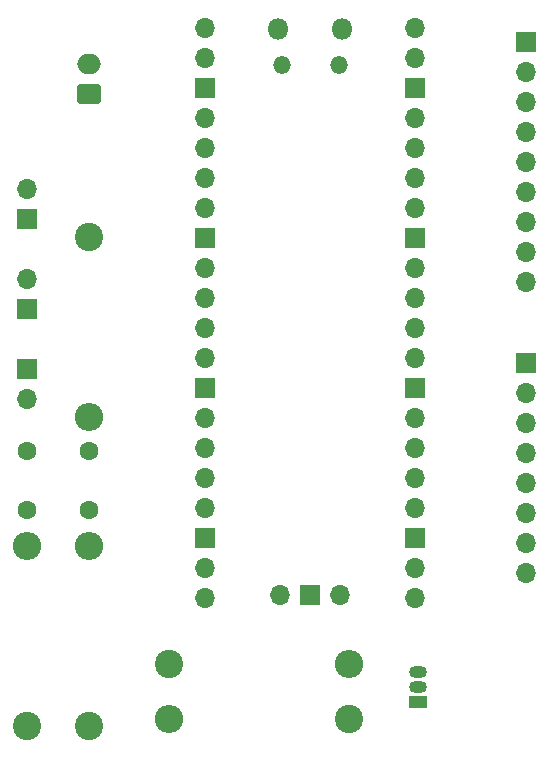
<source format=gbr>
%TF.GenerationSoftware,KiCad,Pcbnew,(6.0.7)*%
%TF.CreationDate,2023-03-31T20:18:19-04:00*%
%TF.ProjectId,mwap_circuit,6d776170-5f63-4697-9263-7569742e6b69,rev?*%
%TF.SameCoordinates,Original*%
%TF.FileFunction,Soldermask,Bot*%
%TF.FilePolarity,Negative*%
%FSLAX46Y46*%
G04 Gerber Fmt 4.6, Leading zero omitted, Abs format (unit mm)*
G04 Created by KiCad (PCBNEW (6.0.7)) date 2023-03-31 20:18:19*
%MOMM*%
%LPD*%
G01*
G04 APERTURE LIST*
G04 Aperture macros list*
%AMRoundRect*
0 Rectangle with rounded corners*
0 $1 Rounding radius*
0 $2 $3 $4 $5 $6 $7 $8 $9 X,Y pos of 4 corners*
0 Add a 4 corners polygon primitive as box body*
4,1,4,$2,$3,$4,$5,$6,$7,$8,$9,$2,$3,0*
0 Add four circle primitives for the rounded corners*
1,1,$1+$1,$2,$3*
1,1,$1+$1,$4,$5*
1,1,$1+$1,$6,$7*
1,1,$1+$1,$8,$9*
0 Add four rect primitives between the rounded corners*
20,1,$1+$1,$2,$3,$4,$5,0*
20,1,$1+$1,$4,$5,$6,$7,0*
20,1,$1+$1,$6,$7,$8,$9,0*
20,1,$1+$1,$8,$9,$2,$3,0*%
G04 Aperture macros list end*
%ADD10O,1.700000X1.700000*%
%ADD11R,1.700000X1.700000*%
%ADD12O,1.800000X1.800000*%
%ADD13O,1.500000X1.500000*%
%ADD14C,2.400000*%
%ADD15O,2.400000X2.400000*%
%ADD16O,1.500000X1.050000*%
%ADD17R,1.500000X1.050000*%
%ADD18RoundRect,0.250000X0.750000X-0.600000X0.750000X0.600000X-0.750000X0.600000X-0.750000X-0.600000X0*%
%ADD19O,2.000000X1.700000*%
%ADD20C,1.600000*%
G04 APERTURE END LIST*
D10*
%TO.C,U1*%
X134605000Y-111905000D03*
X134605000Y-109365000D03*
D11*
X134605000Y-106825000D03*
D10*
X134605000Y-104285000D03*
X134605000Y-101745000D03*
X134605000Y-99205000D03*
X134605000Y-96665000D03*
D11*
X134605000Y-94125000D03*
D10*
X134605000Y-91585000D03*
X134605000Y-89045000D03*
X134605000Y-86505000D03*
X134605000Y-83965000D03*
D11*
X134605000Y-81425000D03*
D10*
X134605000Y-78885000D03*
X134605000Y-76345000D03*
X134605000Y-73805000D03*
X134605000Y-71265000D03*
D11*
X134605000Y-68725000D03*
D10*
X134605000Y-66185000D03*
X134605000Y-63645000D03*
D11*
X125715000Y-111675000D03*
D12*
X122990000Y-63775000D03*
X128440000Y-63775000D03*
D13*
X128140000Y-66805000D03*
X123290000Y-66805000D03*
D10*
X116825000Y-111905000D03*
X116825000Y-109365000D03*
D11*
X116825000Y-106825000D03*
D10*
X116825000Y-104285000D03*
X116825000Y-101745000D03*
X116825000Y-99205000D03*
X116825000Y-96665000D03*
D11*
X116825000Y-94125000D03*
D10*
X116825000Y-91585000D03*
X116825000Y-89045000D03*
X116825000Y-86505000D03*
X116825000Y-83965000D03*
D11*
X116825000Y-81425000D03*
D10*
X116825000Y-78885000D03*
X116825000Y-76345000D03*
X116825000Y-73805000D03*
X116825000Y-71265000D03*
D11*
X116825000Y-68725000D03*
D10*
X116825000Y-66185000D03*
X116825000Y-63645000D03*
X123175000Y-111675000D03*
X128255000Y-111675000D03*
%TD*%
D14*
%TO.C,RF1*%
X107000000Y-81380000D03*
D15*
X107000000Y-96620000D03*
%TD*%
D14*
%TO.C,RE1*%
X129000000Y-122150000D03*
D15*
X113760000Y-122150000D03*
%TD*%
D14*
%TO.C,RC1*%
X113760000Y-117500000D03*
D15*
X129000000Y-117500000D03*
%TD*%
D14*
%TO.C,R2*%
X101750000Y-122750000D03*
D15*
X101750000Y-107510000D03*
%TD*%
D14*
%TO.C,R1*%
X107000000Y-122750000D03*
D15*
X107000000Y-107510000D03*
%TD*%
D16*
%TO.C,Q1*%
X134850000Y-118230000D03*
X134850000Y-119500000D03*
D17*
X134850000Y-120770000D03*
%TD*%
D11*
%TO.C,J6*%
X101750000Y-92575000D03*
D10*
X101750000Y-95115000D03*
%TD*%
%TO.C,J5*%
X144000000Y-109780000D03*
X144000000Y-107240000D03*
X144000000Y-104700000D03*
X144000000Y-102160000D03*
X144000000Y-99620000D03*
X144000000Y-97080000D03*
X144000000Y-94540000D03*
D11*
X144000000Y-92000000D03*
%TD*%
%TO.C,J4*%
X144000000Y-64850000D03*
D10*
X144000000Y-67390000D03*
X144000000Y-69930000D03*
X144000000Y-72470000D03*
X144000000Y-75010000D03*
X144000000Y-77550000D03*
X144000000Y-80090000D03*
X144000000Y-82630000D03*
X144000000Y-85170000D03*
%TD*%
%TO.C,J3*%
X101750000Y-77285000D03*
D11*
X101750000Y-79825000D03*
%TD*%
%TO.C,J2*%
X101750000Y-87475000D03*
D10*
X101750000Y-84935000D03*
%TD*%
D18*
%TO.C,J1*%
X107000000Y-69250000D03*
D19*
X107000000Y-66750000D03*
%TD*%
D20*
%TO.C,CF2*%
X107000000Y-99500000D03*
X107000000Y-104500000D03*
%TD*%
%TO.C,CF1*%
X101750000Y-104500000D03*
X101750000Y-99500000D03*
%TD*%
M02*

</source>
